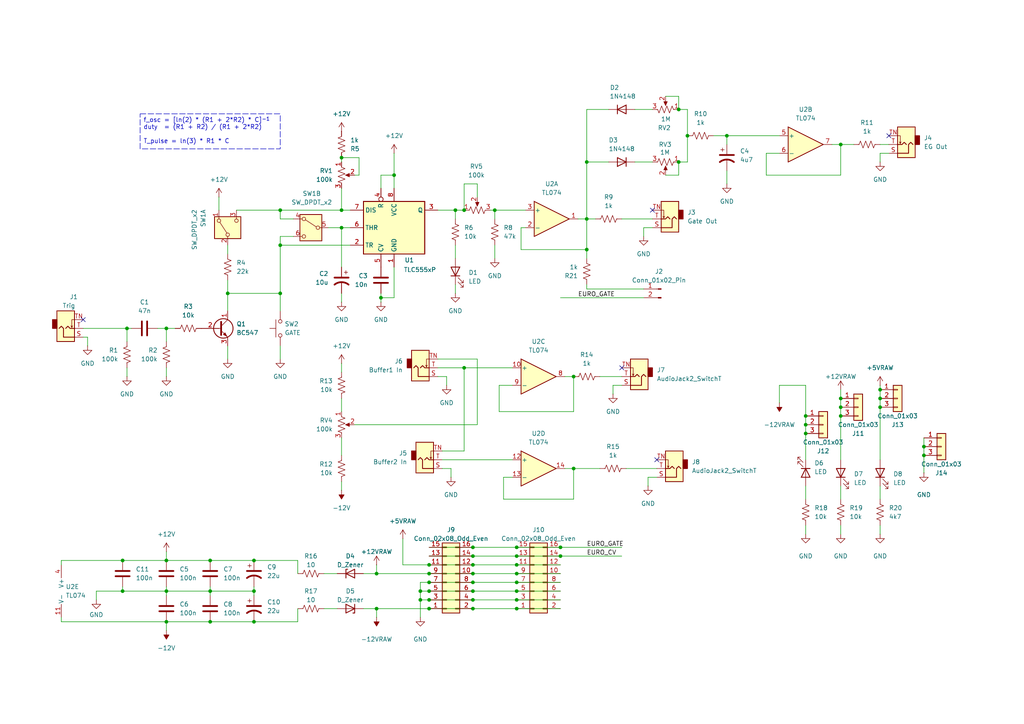
<source format=kicad_sch>
(kicad_sch (version 20231120) (generator "eeschema") (generator_version "8.0")
  (paper "A4")
  (junction (at 233.68 125.73))
  (junction (at 233.68 123.19))
  (junction (at 81.28 85.09))
  (junction (at 166.37 135.89))
  (junction (at 60.96 171.45))
  (junction (at 114.3 50.8))
  (junction (at 243.84 120.65))
  (junction (at 137.16 173.99))
  (junction (at 149.86 161.29))
  (junction (at 255.27 113.03))
  (junction (at 137.16 163.83))
  (junction (at 196.85 31.75))
  (junction (at 134.62 60.96))
  (junction (at 149.86 176.53))
  (junction (at 255.27 115.57))
  (junction (at 60.96 162.56))
  (junction (at 124.46 163.83))
  (junction (at 124.46 171.45))
  (junction (at 149.86 158.75))
  (junction (at 132.08 60.96))
  (junction (at 170.18 63.5))
  (junction (at 48.26 95.25))
  (junction (at 243.84 41.91))
  (junction (at 48.26 162.56))
  (junction (at 137.16 171.45))
  (junction (at 109.22 166.37))
  (junction (at 73.66 171.45))
  (junction (at 81.28 60.96))
  (junction (at 35.56 171.45))
  (junction (at 109.22 176.53))
  (junction (at 243.84 115.57))
  (junction (at 196.85 46.99))
  (junction (at 267.97 129.54))
  (junction (at 149.86 171.45))
  (junction (at 48.26 180.34))
  (junction (at 137.16 166.37))
  (junction (at 255.27 118.11))
  (junction (at 162.56 158.75))
  (junction (at 110.49 86.36))
  (junction (at 124.46 173.99))
  (junction (at 124.46 168.91))
  (junction (at 143.51 60.96))
  (junction (at 210.82 39.37))
  (junction (at 170.18 46.99))
  (junction (at 199.39 39.37))
  (junction (at 99.06 66.04))
  (junction (at 134.62 106.68))
  (junction (at 137.16 161.29))
  (junction (at 233.68 120.65))
  (junction (at 35.56 162.56))
  (junction (at 121.92 173.99))
  (junction (at 66.04 85.09))
  (junction (at 36.83 95.25))
  (junction (at 73.66 180.34))
  (junction (at 267.97 132.08))
  (junction (at 137.16 168.91))
  (junction (at 137.16 176.53))
  (junction (at 170.18 72.39))
  (junction (at 81.28 71.12))
  (junction (at 149.86 166.37))
  (junction (at 99.06 45.72))
  (junction (at 149.86 173.99))
  (junction (at 162.56 161.29))
  (junction (at 48.26 171.45))
  (junction (at 149.86 168.91))
  (junction (at 99.06 60.96))
  (junction (at 166.37 109.22))
  (junction (at 73.66 162.56))
  (junction (at 60.96 180.34))
  (junction (at 243.84 118.11))
  (junction (at 124.46 176.53))
  (junction (at 149.86 163.83))
  (junction (at 124.46 166.37))
  (junction (at 121.92 171.45))
  (junction (at 137.16 158.75))
  (no_connect (at 257.81 39.37))
  (no_connect (at 180.34 106.68))
  (no_connect (at 190.5 133.35))
  (no_connect (at 24.13 92.71))
  (no_connect (at 189.23 60.96))
  (wire (pts (xy 86.36 162.56) (xy 86.36 166.37)))
  (wire (pts (xy 148.59 111.76) (xy 144.78 111.76)))
  (wire (pts (xy 170.18 63.5) (xy 172.72 63.5)))
  (wire (pts (xy 129.54 109.22) (xy 127 109.22)))
  (wire (pts (xy 25.4 100.33) (xy 25.4 97.79)))
  (wire (pts (xy 151.13 66.04) (xy 151.13 72.39)))
  (wire (pts (xy 255.27 41.91) (xy 257.81 41.91)))
  (wire (pts (xy 243.84 133.35) (xy 243.84 120.65)))
  (wire (pts (xy 35.56 171.45) (xy 48.26 171.45)))
  (wire (pts (xy 186.69 83.82) (xy 170.18 83.82)))
  (wire (pts (xy 48.26 95.25) (xy 48.26 99.06)))
  (wire (pts (xy 36.83 95.25) (xy 38.1 95.25)))
  (wire (pts (xy 255.27 46.99) (xy 255.27 44.45)))
  (wire (pts (xy 17.78 163.83) (xy 17.78 162.56)))
  (wire (pts (xy 151.13 72.39) (xy 170.18 72.39)))
  (wire (pts (xy 134.62 106.68) (xy 148.59 106.68)))
  (wire (pts (xy 233.68 125.73) (xy 233.68 133.35)))
  (wire (pts (xy 35.56 162.56) (xy 48.26 162.56)))
  (wire (pts (xy 196.85 46.99) (xy 199.39 46.99)))
  (wire (pts (xy 137.16 173.99) (xy 124.46 173.99)))
  (wire (pts (xy 149.86 166.37) (xy 162.56 166.37)))
  (wire (pts (xy 184.15 46.99) (xy 189.23 46.99)))
  (wire (pts (xy 267.97 132.08) (xy 267.97 129.54)))
  (wire (pts (xy 116.84 163.83) (xy 124.46 163.83)))
  (wire (pts (xy 162.56 161.29) (xy 180.34 161.29)))
  (wire (pts (xy 105.41 166.37) (xy 109.22 166.37)))
  (wire (pts (xy 81.28 68.58) (xy 81.28 71.12)))
  (wire (pts (xy 48.26 171.45) (xy 60.96 171.45)))
  (wire (pts (xy 104.14 45.72) (xy 104.14 50.8)))
  (wire (pts (xy 60.96 172.72) (xy 60.96 171.45)))
  (wire (pts (xy 170.18 74.93) (xy 170.18 72.39)))
  (wire (pts (xy 137.16 163.83) (xy 149.86 163.83)))
  (wire (pts (xy 17.78 179.07) (xy 17.78 180.34)))
  (wire (pts (xy 196.85 50.8) (xy 193.04 50.8)))
  (wire (pts (xy 60.96 171.45) (xy 73.66 171.45)))
  (wire (pts (xy 17.78 180.34) (xy 48.26 180.34)))
  (wire (pts (xy 170.18 46.99) (xy 176.53 46.99)))
  (wire (pts (xy 243.84 118.11) (xy 243.84 115.57)))
  (wire (pts (xy 143.51 60.96) (xy 152.4 60.96)))
  (wire (pts (xy 199.39 39.37) (xy 199.39 46.99)))
  (wire (pts (xy 142.24 60.96) (xy 143.51 60.96)))
  (wire (pts (xy 99.06 45.72) (xy 104.14 45.72)))
  (wire (pts (xy 255.27 44.45) (xy 257.81 44.45)))
  (wire (pts (xy 36.83 106.68) (xy 36.83 109.22)))
  (wire (pts (xy 137.16 176.53) (xy 124.46 176.53)))
  (wire (pts (xy 233.68 123.19) (xy 233.68 120.65)))
  (wire (pts (xy 267.97 129.54) (xy 267.97 127)))
  (wire (pts (xy 137.16 168.91) (xy 124.46 168.91)))
  (wire (pts (xy 66.04 81.28) (xy 66.04 85.09)))
  (wire (pts (xy 86.36 180.34) (xy 86.36 176.53)))
  (wire (pts (xy 81.28 63.5) (xy 81.28 60.96)))
  (wire (pts (xy 137.16 171.45) (xy 124.46 171.45)))
  (wire (pts (xy 110.49 86.36) (xy 110.49 85.09)))
  (wire (pts (xy 109.22 163.83) (xy 109.22 166.37)))
  (wire (pts (xy 144.78 111.76) (xy 144.78 119.38)))
  (wire (pts (xy 267.97 132.08) (xy 267.97 137.16)))
  (wire (pts (xy 60.96 171.45) (xy 60.96 170.18)))
  (wire (pts (xy 17.78 162.56) (xy 35.56 162.56)))
  (wire (pts (xy 99.06 66.04) (xy 101.6 66.04)))
  (wire (pts (xy 48.26 106.68) (xy 48.26 109.22)))
  (wire (pts (xy 116.84 156.21) (xy 116.84 163.83)))
  (wire (pts (xy 127 60.96) (xy 132.08 60.96)))
  (wire (pts (xy 48.26 160.02) (xy 48.26 162.56)))
  (wire (pts (xy 170.18 63.5) (xy 170.18 46.99)))
  (wire (pts (xy 162.56 163.83) (xy 149.86 163.83)))
  (wire (pts (xy 162.56 171.45) (xy 149.86 171.45)))
  (wire (pts (xy 105.41 176.53) (xy 109.22 176.53)))
  (wire (pts (xy 187.96 140.97) (xy 187.96 138.43)))
  (wire (pts (xy 45.72 95.25) (xy 48.26 95.25)))
  (wire (pts (xy 210.82 53.34) (xy 210.82 49.53)))
  (wire (pts (xy 48.26 170.18) (xy 48.26 171.45)))
  (wire (pts (xy 27.94 173.99) (xy 27.94 171.45)))
  (wire (pts (xy 143.51 60.96) (xy 143.51 63.5)))
  (wire (pts (xy 255.27 140.97) (xy 255.27 144.78)))
  (wire (pts (xy 167.64 63.5) (xy 170.18 63.5)))
  (wire (pts (xy 48.26 95.25) (xy 50.8 95.25)))
  (wire (pts (xy 36.83 95.25) (xy 36.83 99.06)))
  (wire (pts (xy 99.06 115.57) (xy 99.06 119.38)))
  (wire (pts (xy 85.09 68.58) (xy 81.28 68.58)))
  (wire (pts (xy 121.92 173.99) (xy 121.92 171.45)))
  (wire (pts (xy 255.27 115.57) (xy 255.27 113.03)))
  (wire (pts (xy 247.65 41.91) (xy 243.84 41.91)))
  (wire (pts (xy 138.43 57.15) (xy 138.43 53.34)))
  (wire (pts (xy 196.85 46.99) (xy 196.85 50.8)))
  (wire (pts (xy 134.62 53.34) (xy 134.62 60.96)))
  (wire (pts (xy 180.34 63.5) (xy 189.23 63.5)))
  (wire (pts (xy 114.3 44.45) (xy 114.3 50.8)))
  (wire (pts (xy 35.56 170.18) (xy 35.56 171.45)))
  (wire (pts (xy 132.08 63.5) (xy 132.08 60.96)))
  (wire (pts (xy 95.25 66.04) (xy 99.06 66.04)))
  (wire (pts (xy 162.56 158.75) (xy 149.86 158.75)))
  (wire (pts (xy 130.81 138.43) (xy 130.81 135.89)))
  (wire (pts (xy 255.27 152.4) (xy 255.27 154.94)))
  (wire (pts (xy 233.68 140.97) (xy 233.68 144.78)))
  (wire (pts (xy 132.08 71.12) (xy 132.08 74.93)))
  (wire (pts (xy 233.68 111.76) (xy 233.68 120.65)))
  (wire (pts (xy 99.06 66.04) (xy 99.06 77.47)))
  (wire (pts (xy 73.66 162.56) (xy 86.36 162.56)))
  (wire (pts (xy 81.28 71.12) (xy 81.28 85.09)))
  (wire (pts (xy 144.78 119.38) (xy 166.37 119.38)))
  (wire (pts (xy 121.92 171.45) (xy 121.92 168.91)))
  (wire (pts (xy 93.98 176.53) (xy 97.79 176.53)))
  (wire (pts (xy 121.92 179.07) (xy 121.92 173.99)))
  (wire (pts (xy 99.06 54.61) (xy 99.06 60.96)))
  (wire (pts (xy 63.5 57.15) (xy 63.5 60.96)))
  (wire (pts (xy 137.16 171.45) (xy 149.86 171.45)))
  (wire (pts (xy 137.16 168.91) (xy 149.86 168.91)))
  (wire (pts (xy 146.05 138.43) (xy 146.05 144.78)))
  (wire (pts (xy 243.84 41.91) (xy 241.3 41.91)))
  (wire (pts (xy 181.61 135.89) (xy 190.5 135.89)))
  (wire (pts (xy 60.96 180.34) (xy 73.66 180.34)))
  (wire (pts (xy 24.13 95.25) (xy 36.83 95.25)))
  (wire (pts (xy 162.56 173.99) (xy 149.86 173.99)))
  (wire (pts (xy 130.81 135.89) (xy 128.27 135.89)))
  (wire (pts (xy 99.06 105.41) (xy 99.06 107.95)))
  (wire (pts (xy 73.66 171.45) (xy 73.66 172.72)))
  (wire (pts (xy 114.3 86.36) (xy 110.49 86.36)))
  (wire (pts (xy 137.16 158.75) (xy 124.46 158.75)))
  (wire (pts (xy 132.08 60.96) (xy 134.62 60.96)))
  (wire (pts (xy 101.6 60.96) (xy 99.06 60.96)))
  (wire (pts (xy 166.37 135.89) (xy 166.37 144.78)))
  (wire (pts (xy 129.54 111.76) (xy 129.54 109.22)))
  (wire (pts (xy 143.51 74.93) (xy 143.51 71.12)))
  (wire (pts (xy 187.96 138.43) (xy 190.5 138.43)))
  (wire (pts (xy 109.22 179.07) (xy 109.22 176.53)))
  (wire (pts (xy 137.16 176.53) (xy 149.86 176.53)))
  (wire (pts (xy 48.26 180.34) (xy 60.96 180.34)))
  (wire (pts (xy 121.92 171.45) (xy 124.46 171.45)))
  (wire (pts (xy 104.14 50.8) (xy 102.87 50.8)))
  (wire (pts (xy 25.4 97.79) (xy 24.13 97.79)))
  (wire (pts (xy 93.98 166.37) (xy 97.79 166.37)))
  (wire (pts (xy 110.49 54.61) (xy 110.49 50.8)))
  (wire (pts (xy 199.39 31.75) (xy 199.39 39.37)))
  (wire (pts (xy 66.04 90.17) (xy 66.04 85.09)))
  (wire (pts (xy 114.3 50.8) (xy 114.3 54.61)))
  (wire (pts (xy 177.8 114.3) (xy 177.8 111.76)))
  (wire (pts (xy 48.26 172.72) (xy 48.26 171.45)))
  (wire (pts (xy 137.16 158.75) (xy 149.86 158.75)))
  (wire (pts (xy 186.69 68.58) (xy 186.69 66.04)))
  (wire (pts (xy 85.09 63.5) (xy 81.28 63.5)))
  (wire (pts (xy 255.27 118.11) (xy 255.27 115.57)))
  (wire (pts (xy 81.28 71.12) (xy 101.6 71.12)))
  (wire (pts (xy 255.27 133.35) (xy 255.27 118.11)))
  (wire (pts (xy 226.06 116.84) (xy 226.06 111.76)))
  (wire (pts (xy 48.26 162.56) (xy 60.96 162.56)))
  (wire (pts (xy 162.56 158.75) (xy 180.34 158.75)))
  (wire (pts (xy 162.56 86.36) (xy 186.69 86.36)))
  (wire (pts (xy 146.05 138.43) (xy 148.59 138.43)))
  (wire (pts (xy 170.18 31.75) (xy 176.53 31.75)))
  (wire (pts (xy 73.66 180.34) (xy 86.36 180.34)))
  (wire (pts (xy 66.04 85.09) (xy 81.28 85.09)))
  (wire (pts (xy 243.84 120.65) (xy 243.84 118.11)))
  (wire (pts (xy 109.22 166.37) (xy 124.46 166.37)))
  (wire (pts (xy 222.25 44.45) (xy 222.25 50.8)))
  (wire (pts (xy 134.62 106.68) (xy 134.62 130.81)))
  (wire (pts (xy 128.27 133.35) (xy 148.59 133.35)))
  (wire (pts (xy 48.26 180.34) (xy 48.26 182.88)))
  (wire (pts (xy 177.8 111.76) (xy 180.34 111.76)))
  (wire (pts (xy 109.22 176.53) (xy 124.46 176.53)))
  (wire (pts (xy 166.37 109.22) (xy 163.83 109.22)))
  (wire (pts (xy 137.16 166.37) (xy 149.86 166.37)))
  (wire (pts (xy 127 104.14) (xy 138.43 104.14)))
  (wire (pts (xy 66.04 100.33) (xy 66.04 104.14)))
  (wire (pts (xy 243.84 152.4) (xy 243.84 154.94)))
  (wire (pts (xy 99.06 45.72) (xy 99.06 46.99)))
  (wire (pts (xy 137.16 161.29) (xy 149.86 161.29)))
  (wire (pts (xy 152.4 66.04) (xy 151.13 66.04)))
  (wire (pts (xy 222.25 50.8) (xy 243.84 50.8)))
  (wire (pts (xy 166.37 135.89) (xy 163.83 135.89)))
  (wire (pts (xy 233.68 125.73) (xy 233.68 123.19)))
  (wire (pts (xy 66.04 71.12) (xy 66.04 73.66)))
  (wire (pts (xy 226.06 111.76) (xy 233.68 111.76)))
  (wire (pts (xy 137.16 163.83) (xy 124.46 163.83)))
  (wire (pts (xy 170.18 72.39) (xy 170.18 63.5)))
  (wire (pts (xy 127 106.68) (xy 134.62 106.68)))
  (wire (pts (xy 99.06 87.63) (xy 99.06 85.09)))
  (wire (pts (xy 132.08 82.55) (xy 132.08 85.09)))
  (wire (pts (xy 233.68 152.4) (xy 233.68 154.94)))
  (wire (pts (xy 196.85 31.75) (xy 196.85 27.94)))
  (wire (pts (xy 99.06 127) (xy 99.06 132.08)))
  (wire (pts (xy 137.16 161.29) (xy 124.46 161.29)))
  (wire (pts (xy 128.27 130.81) (xy 134.62 130.81)))
  (wire (pts (xy 166.37 119.38) (xy 166.37 109.22)))
  (wire (pts (xy 162.56 161.29) (xy 149.86 161.29)))
  (wire (pts (xy 207.01 39.37) (xy 210.82 39.37)))
  (wire (pts (xy 173.99 135.89) (xy 166.37 135.89)))
  (wire (pts (xy 186.69 66.04) (xy 189.23 66.04)))
  (wire (pts (xy 193.04 27.94) (xy 196.85 27.94)))
  (wire (pts (xy 138.43 53.34) (xy 134.62 53.34)))
  (wire (pts (xy 110.49 87.63) (xy 110.49 86.36)))
  (wire (pts (xy 255.27 111.76) (xy 255.27 113.03)))
  (wire (pts (xy 137.16 166.37) (xy 124.46 166.37)))
  (wire (pts (xy 162.56 176.53) (xy 149.86 176.53)))
  (wire (pts (xy 243.84 140.97) (xy 243.84 144.78)))
  (wire (pts (xy 184.15 31.75) (xy 189.23 31.75)))
  (wire (pts (xy 138.43 104.14) (xy 138.43 123.19)))
  (wire (pts (xy 243.84 113.03) (xy 243.84 115.57)))
  (wire (pts (xy 162.56 168.91) (xy 149.86 168.91)))
  (wire (pts (xy 81.28 90.17) (xy 81.28 85.09)))
  (wire (pts (xy 243.84 41.91) (xy 243.84 50.8)))
  (wire (pts (xy 170.18 83.82) (xy 170.18 82.55)))
  (wire (pts (xy 73.66 170.18) (xy 73.66 171.45)))
  (wire (pts (xy 170.18 31.75) (xy 170.18 46.99)))
  (wire (pts (xy 199.39 31.75) (xy 196.85 31.75)))
  (wire (pts (xy 68.58 60.96) (xy 81.28 60.96)))
  (wire (pts (xy 121.92 173.99) (xy 124.46 173.99)))
  (wire (pts (xy 226.06 44.45) (xy 222.25 44.45)))
  (wire (pts (xy 81.28 60.96) (xy 99.06 60.96)))
  (wire (pts (xy 121.92 168.91) (xy 124.46 168.91)))
  (wire (pts (xy 210.82 39.37) (xy 226.06 39.37)))
  (wire (pts (xy 27.94 171.45) (xy 35.56 171.45)))
  (wire (pts (xy 137.16 173.99) (xy 149.86 173.99)))
  (wire (pts (xy 210.82 39.37) (xy 210.82 41.91)))
  (wire (pts (xy 146.05 144.78) (xy 166.37 144.78)))
  (wire (pts (xy 110.49 50.8) (xy 114.3 50.8)))
  (wire (pts (xy 173.99 109.22) (xy 180.34 109.22)))
  (wire (pts (xy 102.87 123.19) (xy 138.43 123.19)))
  (wire (pts (xy 81.28 100.33) (xy 81.28 104.14)))
  (wire (pts (xy 114.3 77.47) (xy 114.3 86.36)))
  (wire (pts (xy 99.06 139.7) (xy 99.06 142.24)))
  (wire (pts (xy 60.96 162.56) (xy 73.66 162.56)))
  (text_box "f_osc = [ln(2) * (R1 + 2*R2) * C]^{-1}\nduty  = (R1 + R2) / (R1 + 2*R2)\n\nT_pulse = ln(3) * R1 * C " (exclude_from_sim yes) (at 40.64 33.02 0) (size 40.64 10.16) (stroke (width 0) (type dash)) (effects (font (size 1.27 1.27)) (justify left top)))
  (label "EURO_GATE" (at 170.18 158.75 0))
  (label "EURO_GATE" (at 167.64 86.36 0))
  (label "EURO_CV" (at 170.18 161.29 0))
  (symbol (lib_id "Connector_Audio:AudioJack2_SwitchT") (at 195.58 135.89 180) (unit 1)
    (property "Reference" "J8" (at 200.66 133.9849 0) (effects (justify right)))
    (property "Value" "AudioJack2_SwitchT" (at 200.66 136.5249 0) (effects (justify right)))
    (property "Footprint" "AudioJacks:Jack_3.5mm_QingPu_WQP-PJ301M-12_Vertical" (effects (hide yes)))
    (property "Description" "Audio Jack, 2 Poles (Mono / TS), Switched T Pole (Normalling)" (effects (hide yes)))
  )
  (symbol (lib_id "power:GND") (at 233.68 154.94 0) (unit 1)
    (property "Reference" "#PWR027" (effects (hide yes)))
    (property "Value" "GND" (at 233.68 161.29 0))
    (property "Description" "Power symbol creates a global label with name \"GND\" , ground" (effects (hide yes)))
  )
  (symbol (lib_id "power:GND") (at 186.69 68.58 0) (unit 1)
    (property "Reference" "#PWR012" (effects (hide yes)))
    (property "Value" "GND" (at 186.69 73.66 0))
    (property "Description" "Power symbol creates a global label with name \"GND\" , ground" (effects (hide yes)))
  )
  (symbol (lib_id "power:+12V") (at 99.06 38.1 0) (unit 1)
    (property "Reference" "#PWR02" (effects (hide yes)))
    (property "Value" "+12V" (at 99.06 33.02 0))
    (property "Description" "Power symbol creates a global label with name \"+12V\"" (effects (hide yes)))
  )
  (symbol (lib_id "Device:C") (at 60.96 166.37 0) (unit 1)
    (property "Reference" "C7" (at 64.77 165.0999 0) (effects (justify left)))
    (property "Value" "100n" (at 64.77 167.6399 0) (effects (justify left)))
    (property "Footprint" "Capacitor_THT:C_Disc_D4.7mm_W2.5mm_P5.00mm" (effects (hide yes)))
    (property "Description" "Unpolarized capacitor" (effects (hide yes)))
  )
  (symbol (lib_id "Device:R_US") (at 99.06 111.76 0) (mirror x) (unit 1)
    (property "Reference" "R13" (at 96.52 110.4899 0) (effects (justify right)))
    (property "Value" "10k" (at 96.52 113.0299 0) (effects (justify right)))
    (property "Footprint" "Resistor_THT:R_Axial_DIN0204_L3.6mm_D1.6mm_P7.62mm_Horizontal" (effects (hide yes)))
    (property "Description" "Resistor, US symbol" (effects (hide yes)))
  )
  (symbol (lib_id "Device:R_US") (at 90.17 166.37 90) (unit 1)
    (property "Reference" "R16" (at 90.17 161.29 90))
    (property "Value" "10" (at 90.17 163.83 90))
    (property "Footprint" "Resistor_THT:R_Axial_DIN0204_L3.6mm_D1.6mm_P2.54mm_Vertical" (effects (hide yes)))
    (property "Description" "Resistor, US symbol" (effects (hide yes)))
  )
  (symbol (lib_id "Device:R_US") (at 99.06 135.89 0) (mirror x) (unit 1)
    (property "Reference" "R12" (at 96.52 134.6199 0) (effects (justify right)))
    (property "Value" "10k" (at 96.52 137.1599 0) (effects (justify right)))
    (property "Footprint" "Resistor_THT:R_Axial_DIN0204_L3.6mm_D1.6mm_P7.62mm_Horizontal" (effects (hide yes)))
    (property "Description" "Resistor, US symbol" (effects (hide yes)))
  )
  (symbol (lib_id "Transistor_BJT:BC547") (at 63.5 95.25 0) (unit 1)
    (property "Reference" "Q1" (at 68.58 93.9799 0) (effects (justify left)))
    (property "Value" "BC547" (at 68.58 96.5199 0) (effects (justify left)))
    (property "Footprint" "Package_TO_SOT_THT:TO-92_Inline_Wide" (effects (hide yes)))
    (property "Datasheet" "https://www.onsemi.com/pub/Collateral/BC550-D.pdf" (effects (hide yes)))
    (property "Description" "0.1A Ic, 45V Vce, Small Signal NPN Transistor, TO-92" (effects (hide yes)))
    (property "Sim.Device" "NPN" (effects (hide yes)))
    (property "Sim.Type" "GUMMELPOON" (effects (hide yes)))
    (property "Sim.Pins" "1=C 2=B 3=E" (effects (hide yes)))
  )
  (symbol (lib_id "Device:R_US") (at 251.46 41.91 90) (unit 1)
    (property "Reference" "R11" (at 251.46 35.56 90))
    (property "Value" "1k" (at 251.46 38.1 90))
    (property "Footprint" "Resistor_THT:R_Axial_DIN0204_L3.6mm_D1.6mm_P7.62mm_Horizontal" (effects (hide yes)))
    (property "Description" "Resistor, US symbol" (effects (hide yes)))
  )
  (symbol (lib_id "Connector_Audio:AudioJack2_SwitchT") (at 185.42 109.22 180) (unit 1)
    (property "Reference" "J7" (at 190.5 107.3149 0) (effects (justify right)))
    (property "Value" "AudioJack2_SwitchT" (at 190.5 109.8549 0) (effects (justify right)))
    (property "Footprint" "AudioJacks:Jack_3.5mm_QingPu_WQP-PJ301M-12_Vertical" (effects (hide yes)))
    (property "Description" "Audio Jack, 2 Poles (Mono / TS), Switched T Pole (Normalling)" (effects (hide yes)))
  )
  (symbol (lib_id "Device:C") (at 48.26 166.37 0) (unit 1)
    (property "Reference" "C5" (at 52.07 165.0999 0) (effects (justify left)))
    (property "Value" "100n" (at 52.07 167.6399 0) (effects (justify left)))
    (property "Footprint" "Capacitor_THT:C_Disc_D4.7mm_W2.5mm_P5.00mm" (effects (hide yes)))
    (property "Description" "Unpolarized capacitor" (effects (hide yes)))
  )
  (symbol (lib_id "power:GND") (at 129.54 111.76 0) (unit 1)
    (property "Reference" "#PWR018" (effects (hide yes)))
    (property "Value" "GND" (at 129.54 116.84 0))
    (property "Description" "Power symbol creates a global label with name \"GND\" , ground" (effects (hide yes)))
  )
  (symbol (lib_id "Connector_Audio:AudioJack2_SwitchT") (at 121.92 106.68 0) (mirror x) (unit 1)
    (property "Reference" "J6" (at 116.84 104.7749 0) (effects (justify right)))
    (property "Value" "Buffer1 In" (at 116.84 107.3149 0) (effects (justify right)))
    (property "Footprint" "AudioJacks:Jack_3.5mm_QingPu_WQP-PJ301M-12_Vertical" (effects (hide yes)))
    (property "Description" "Audio Jack, 2 Poles (Mono / TS), Switched T Pole (Normalling)" (effects (hide yes)))
  )
  (symbol (lib_id "Device:R_US") (at 48.26 102.87 0) (mirror y) (unit 1)
    (property "Reference" "R2" (at 45.72 101.5999 0) (effects (justify left)))
    (property "Value" "100k" (at 45.72 104.1399 0) (effects (justify left)))
    (property "Footprint" "Resistor_THT:R_Axial_DIN0204_L3.6mm_D1.6mm_P2.54mm_Vertical" (effects (hide yes)))
    (property "Description" "Resistor, US symbol" (effects (hide yes)))
  )
  (symbol (lib_id "power:GND") (at 36.83 109.22 0) (unit 1)
    (property "Reference" "#PWR01" (effects (hide yes)))
    (property "Value" "GND" (at 36.83 114.3 0))
    (property "Description" "Power symbol creates a global label with name \"GND\" , ground" (effects (hide yes)))
  )
  (symbol (lib_id "Diode:1N4148") (at 180.34 46.99 180) (unit 1)
    (property "Reference" "D3" (at 176.53 40.64 0) (effects (justify right)))
    (property "Value" "1N4148" (at 176.53 43.18 0) (effects (justify right)))
    (property "Footprint" "Diode_THT:D_DO-35_SOD27_P7.62mm_Horizontal" (effects (hide yes)))
    (property "Datasheet" "https://assets.nexperia.com/documents/data-sheet/1N4148_1N4448.pdf" (effects (hide yes)))
    (property "Description" "100V 0.15A standard switching diode, DO-35" (effects (hide yes)))
    (property "Sim.Device" "D" (effects (hide yes)))
    (property "Sim.Pins" "1=K 2=A" (effects (hide yes)))
  )
  (symbol (lib_id "Device:R_US") (at 90.17 176.53 90) (unit 1)
    (property "Reference" "R17" (at 90.17 171.45 90))
    (property "Value" "10" (at 90.17 173.99 90))
    (property "Footprint" "Resistor_THT:R_Axial_DIN0204_L3.6mm_D1.6mm_P2.54mm_Vertical" (effects (hide yes)))
    (property "Description" "Resistor, US symbol" (effects (hide yes)))
  )
  (symbol (lib_id "Connector_Audio:AudioJack2_SwitchT") (at 262.89 41.91 180) (unit 1)
    (property "Reference" "J4" (at 267.97 40.0049 0) (effects (justify right)))
    (property "Value" "EG Out" (at 267.97 42.5449 0) (effects (justify right)))
    (property "Footprint" "AudioJacks:Jack_3.5mm_QingPu_WQP-PJ301M-12_Vertical" (effects (hide yes)))
    (property "Description" "Audio Jack, 2 Poles (Mono / TS), Switched T Pole (Normalling)" (effects (hide yes)))
  )
  (symbol (lib_id "power:GND") (at 255.27 46.99 0) (unit 1)
    (property "Reference" "#PWR014" (effects (hide yes)))
    (property "Value" "GND" (at 255.27 52.07 0))
    (property "Description" "Power symbol creates a global label with name \"GND\" , ground" (effects (hide yes)))
  )
  (symbol (lib_id "power:+12V") (at 99.06 105.41 0) (unit 1)
    (property "Reference" "#PWR09" (effects (hide yes)))
    (property "Value" "+12V" (at 99.06 100.33 0))
    (property "Description" "Power symbol creates a global label with name \"+12V\"" (effects (hide yes)))
  )
  (symbol (lib_id "Device:R_US") (at 54.61 95.25 270) (unit 1)
    (property "Reference" "R3" (at 54.61 88.9 90))
    (property "Value" "10k" (at 54.61 91.44 90))
    (property "Footprint" "Resistor_THT:R_Axial_DIN0204_L3.6mm_D1.6mm_P2.54mm_Vertical" (effects (hide yes)))
    (property "Description" "Resistor, US symbol" (effects (hide yes)))
  )
  (symbol (lib_id "Device:C_Polarized_US") (at 210.82 45.72 0) (unit 1)
    (property "Reference" "C4" (at 214.63 43.8149 0) (effects (justify left)))
    (property "Value" "4u7" (at 214.63 46.3549 0) (effects (justify left)))
    (property "Footprint" "Capacitor_THT:CP_Radial_D4.0mm_P2.00mm" (effects (hide yes)))
    (property "Description" "Polarized capacitor, US symbol" (effects (hide yes)))
  )
  (symbol (lib_id "Timer:TLC555xP") (at 114.3 66.04 0) (unit 1)
    (property "Reference" "U1" (at 117.348 75.438 0) (effects (justify left)))
    (property "Value" "TLC555xP" (at 117.094 78.232 0) (effects (justify left)))
    (property "Footprint" "Package_DIP:DIP-8_W7.62mm_Socket" (effects (hide yes)))
    (property "Datasheet" "http://www.ti.com/lit/ds/symlink/tlc555.pdf" (effects (hide yes)))
    (property "Description" "Single LinCMOS Timer, 555 compatible, PDIP-8" (effects (hide yes)))
  )
  (symbol (lib_id "Device:R_US") (at 36.83 102.87 0) (mirror y) (unit 1)
    (property "Reference" "R1" (at 34.29 101.5999 0) (effects (justify left)))
    (property "Value" "100k" (at 34.29 104.1399 0) (effects (justify left)))
    (property "Footprint" "Resistor_THT:R_Axial_DIN0204_L3.6mm_D1.6mm_P2.54mm_Vertical" (effects (hide yes)))
    (property "Description" "Resistor, US symbol" (effects (hide yes)))
  )
  (symbol (lib_id "Amplifier_Operational:TL074") (at 20.32 171.45 0) (unit 5)
    (property "Reference" "U2" (at 19.05 170.1799 0) (effects (justify left)))
    (property "Value" "TL074" (at 19.05 172.7199 0) (effects (justify left)))
    (property "Footprint" "Package_DIP:DIP-14_W7.62mm_Socket" (effects (hide yes)))
    (property "Datasheet" "http://www.ti.com/lit/ds/symlink/tl071.pdf" (effects (hide yes)))
    (property "Description" "Quad Low-Noise JFET-Input Operational Amplifiers, DIP-14/SOIC-14" (effects (hide yes)))
  )
  (symbol (lib_id "Device:R_US") (at 203.2 39.37 90) (unit 1)
    (property "Reference" "R10" (at 203.2 33.02 90))
    (property "Value" "1k" (at 203.2 35.56 90))
    (property "Footprint" "Resistor_THT:R_Axial_DIN0204_L3.6mm_D1.6mm_P2.54mm_Vertical" (effects (hide yes)))
    (property "Description" "Resistor, US symbol" (effects (hide yes)))
  )
  (symbol (lib_id "Device:R_US") (at 170.18 78.74 0) (unit 1)
    (property "Reference" "R21" (at 167.64 80.0101 0) (effects (justify right)))
    (property "Value" "1k" (at 167.64 77.4701 0) (effects (justify right)))
    (property "Footprint" "Resistor_THT:R_Axial_DIN0204_L3.6mm_D1.6mm_P7.62mm_Horizontal" (effects (hide yes)))
    (property "Description" "Resistor, US symbol" (effects (hide yes)))
  )
  (symbol (lib_id "Device:D_Zener") (at 101.6 176.53 180) (unit 1)
    (property "Reference" "D5" (at 101.6 171.45 0))
    (property "Value" "D_Zener" (at 101.6 173.99 0))
    (property "Footprint" "Diode_THT:D_DO-41_SOD81_P7.62mm_Horizontal" (effects (hide yes)))
    (property "Description" "Zener diode" (effects (hide yes)))
  )
  (symbol (lib_id "power:+12V") (at 114.3 44.45 0) (unit 1)
    (property "Reference" "#PWR037" (effects (hide yes)))
    (property "Value" "+12V" (at 114.3 39.37 0))
    (property "Description" "Power symbol creates a global label with name \"+12V\"" (effects (hide yes)))
  )
  (symbol (lib_id "Device:R_US") (at 177.8 135.89 90) (unit 1)
    (property "Reference" "R15" (at 177.8 129.54 90))
    (property "Value" "1k" (at 177.8 132.08 90))
    (property "Footprint" "Resistor_THT:R_Axial_DIN0204_L3.6mm_D1.6mm_P2.54mm_Vertical" (effects (hide yes)))
    (property "Description" "Resistor, US symbol" (effects (hide yes)))
  )
  (symbol (lib_id "power:-12V") (at 99.06 142.24 180) (unit 1)
    (property "Reference" "#PWR05" (effects (hide yes)))
    (property "Value" "-12V" (at 99.06 147.32 0))
    (property "Description" "Power symbol creates a global label with name \"-12V\"" (effects (hide yes)))
  )
  (symbol (lib_id "Connector_Generic:Conn_02x08_Odd_Even") (at 129.54 168.91 0) (mirror x) (unit 1)
    (property "Reference" "J9" (at 130.81 153.67 0))
    (property "Value" "Conn_02x08_Odd_Even" (at 130.81 156.21 0))
    (property "Footprint" "Connector_IDC:IDC-Header_2x08_P2.54mm_Vertical" (effects (hide yes)))
    (property "Description" "Generic connector, double row, 02x08, odd/even pin numbering scheme (row 1 odd numbers, row 2 even numbers), script generated (kicad-library-utils/schlib/autogen/connector/)" (effects (hide yes)))
  )
  (symbol (lib_id "Device:R_Potentiometer_US") (at 193.04 46.99 270) (unit 1)
    (property "Reference" "RV3" (at 194.818 41.91 90) (effects (justify right)))
    (property "Value" "1M" (at 194.31 44.196 90) (effects (justify right)))
    (property "Footprint" "Potentiometer_THT:Potentiometer_Bourns_PTV09A-1_Single_Vertical" (effects (hide yes)))
    (property "Description" "Potentiometer, US symbol" (effects (hide yes)))
    (property "Sim.Device" "R" (effects (hide yes)))
    (property "Sim.Type" "POT" (effects (hide yes)))
    (property "Sim.Pins" "1=r0 2=wiper 3=r1" (effects (hide yes)))
    (property "Sim.Params" "r=1Meg pos=0.5" (effects (hide yes)))
  )
  (symbol (lib_id "power:GND") (at 210.82 53.34 0) (unit 1)
    (property "Reference" "#PWR013" (effects (hide yes)))
    (property "Value" "GND" (at 210.82 58.42 0))
    (property "Description" "Power symbol creates a global label with name \"GND\" , ground" (effects (hide yes)))
  )
  (symbol (lib_id "Device:C_Polarized_US") (at 99.06 81.28 0) (mirror y) (unit 1)
    (property "Reference" "C2" (at 95.25 79.3749 0) (effects (justify left)))
    (property "Value" "10u" (at 95.25 81.9149 0) (effects (justify left)))
    (property "Footprint" "Capacitor_THT:CP_Radial_D4.0mm_P2.00mm" (effects (hide yes)))
    (property "Description" "Polarized capacitor, US symbol" (effects (hide yes)))
  )
  (symbol (lib_id "power:+12V") (at 109.22 163.83 0) (unit 1)
    (property "Reference" "#PWR024" (effects (hide yes)))
    (property "Value" "+12VRAW" (at 109.22 160.02 0))
    (property "Description" "Power symbol creates a global label with name \"+12V\"" (effects (hide yes)))
  )
  (symbol (lib_id "power:GND") (at 81.28 104.14 0) (unit 1)
    (property "Reference" "#PWR06" (effects (hide yes)))
    (property "Value" "GND" (at 81.28 109.22 0))
    (property "Description" "Power symbol creates a global label with name \"GND\" , ground" (effects (hide yes)))
  )
  (symbol (lib_id "Amplifier_Operational:TL074") (at 233.68 41.91 0) (unit 2)
    (property "Reference" "U2" (at 233.68 31.75 0))
    (property "Value" "TL074" (at 233.68 34.29 0))
    (property "Footprint" "Package_DIP:DIP-14_W7.62mm_Socket" (effects (hide yes)))
    (property "Datasheet" "http://www.ti.com/lit/ds/symlink/tl071.pdf" (effects (hide yes)))
    (property "Description" "Quad Low-Noise JFET-Input Operational Amplifiers, DIP-14/SOIC-14" (effects (hide yes)))
  )
  (symbol (lib_id "Device:R_US") (at 132.08 67.31 0) (unit 1)
    (property "Reference" "R6" (at 134.62 66.0399 0) (effects (justify left)))
    (property "Value" "10k" (at 134.62 68.5799 0) (effects (justify left)))
    (property "Footprint" "Resistor_THT:R_Axial_DIN0204_L3.6mm_D1.6mm_P2.54mm_Vertical" (effects (hide yes)))
    (property "Description" "Resistor, US symbol" (effects (hide yes)))
  )
  (symbol (lib_id "power:GND") (at 132.08 85.09 0) (unit 1)
    (property "Reference" "#PWR010" (effects (hide yes)))
    (property "Value" "GND" (at 132.08 90.17 0))
    (property "Description" "Power symbol creates a global label with name \"GND\" , ground" (effects (hide yes)))
  )
  (symbol (lib_id "Connector_Generic:Conn_01x03") (at 260.35 115.57 0) (unit 1)
    (property "Reference" "J13" (at 260.35 123.19 0))
    (property "Value" "Conn_01x03" (at 260.35 120.65 0))
    (property "Footprint" "Connector_PinSocket_2.54mm:PinSocket_1x03_P2.54mm_Vertical" (effects (hide yes)))
    (property "Description" "Generic connector, single row, 01x03, script generated (kicad-library-utils/schlib/autogen/connector/)" (effects (hide yes)))
  )
  (symbol (lib_id "Device:R_US") (at 99.06 41.91 0) (mirror x) (unit 1)
    (property "Reference" "R5" (at 101.6 43.1801 0) (effects (justify left)))
    (property "Value" "1k" (at 101.6 40.6401 0) (effects (justify left)))
    (property "Footprint" "Resistor_THT:R_Axial_DIN0204_L3.6mm_D1.6mm_P2.54mm_Vertical" (effects (hide yes)))
    (property "Description" "Resistor, US symbol" (effects (hide yes)))
  )
  (symbol (lib_id "Switch:SW_DPDT_x2") (at 90.17 66.04 0) (mirror y) (unit 2)
    (property "Reference" "SW1" (at 90.424 56.134 0))
    (property "Value" "SW_DPDT_x2" (at 90.424 58.674 0))
    (property "Footprint" "Switches:SW_DPDT_13mm_x_13mm_P5.00mm" (effects (hide yes)))
    (property "Description" "Switch, dual pole double throw, separate symbols" (effects (hide yes)))
  )
  (symbol (lib_id "Device:C") (at 35.56 166.37 0) (unit 1)
    (property "Reference" "C11" (at 39.37 165.0999 0) (effects (justify left)))
    (property "Value" "100n" (at 39.37 167.6399 0) (effects (justify left)))
    (property "Footprint" "Capacitor_THT:C_Disc_D4.7mm_W2.5mm_P5.00mm" (effects (hide yes)))
    (property "Description" "Unpolarized capacitor" (effects (hide yes)))
  )
  (symbol (lib_id "Device:R_Potentiometer_US") (at 193.04 31.75 270) (mirror x) (unit 1)
    (property "Reference" "RV2" (at 194.564 37.084 90) (effects (justify right)))
    (property "Value" "1M" (at 194.564 34.544 90) (effects (justify right)))
    (property "Footprint" "Potentiometer_THT:Potentiometer_Bourns_PTV09A-1_Single_Vertical" (effects (hide yes)))
    (property "Description" "Potentiometer, US symbol" (effects (hide yes)))
    (property "Sim.Device" "R" (effects (hide yes)))
    (property "Sim.Type" "POT" (effects (hide yes)))
    (property "Sim.Pins" "1=r0 2=wiper 3=r1" (effects (hide yes)))
    (property "Sim.Params" "r=1Meg pos=0.5" (effects (hide yes)))
  )
  (symbol (lib_id "Device:C") (at 110.49 81.28 0) (unit 1)
    (property "Reference" "C3" (at 106.68 80.0099 0) (effects (justify right)))
    (property "Value" "10n" (at 106.68 82.5499 0) (effects (justify right)))
    (property "Footprint" "Capacitor_THT:C_Disc_D4.7mm_W2.5mm_P5.00mm" (effects (hide yes)))
    (property "Description" "Unpolarized capacitor" (effects (hide yes)))
  )
  (symbol (lib_id "Connector_Audio:AudioJack2_SwitchT") (at 19.05 95.25 0) (mirror x) (unit 1)
    (property "Reference" "J1" (at 22.606 86.106 0) (effects (justify right)))
    (property "Value" "Trig" (at 21.844 88.646 0) (effects (justify right)))
    (property "Footprint" "AudioJacks:Jack_3.5mm_QingPu_WQP-PJ301M-12_Vertical" (effects (hide yes)))
    (property "Description" "Audio Jack, 2 Poles (Mono / TS), Switched T Pole (Normalling)" (effects (hide yes)))
  )
  (symbol (lib_id "Switch:SW_DPDT_x2") (at 66.04 66.04 90) (unit 1)
    (property "Reference" "SW1" (at 58.928 60.706 0) (effects (justify right)))
    (property "Value" "SW_DPDT_x2" (at 56.388 60.706 0) (effects (justify right)))
    (property "Footprint" "Switches:SW_DPDT_13mm_x_13mm_P5.00mm" (effects (hide yes)))
    (property "Description" "Switch, dual pole double throw, separate symbols" (effects (hide yes)))
  )
  (symbol (lib_id "Device:C_Polarized_US") (at 73.66 166.37 0) (unit 1)
    (property "Reference" "C9" (at 77.47 164.4649 0) (effects (justify left)))
    (property "Value" "22u" (at 77.47 167.0049 0) (effects (justify left)))
    (property "Footprint" "Capacitor_THT:CP_Radial_D5.0mm_P2.50mm" (effects (hide yes)))
    (property "Description" "Polarized capacitor, US symbol" (effects (hide yes)))
  )
  (symbol (lib_id "Device:LED") (at 233.68 137.16 270) (unit 1)
    (property "Reference" "D6" (at 236.22 134.3024 90) (effects (justify left)))
    (property "Value" "LED" (at 236.22 136.8424 90) (effects (justify left)))
    (property "Footprint" "LED_THT:LED_D3.0mm" (effects (hide yes)))
    (property "Description" "Light emitting diode" (effects (hide yes)))
  )
  (symbol (lib_id "Device:C") (at 60.96 176.53 0) (unit 1)
    (property "Reference" "C8" (at 64.77 175.2599 0) (effects (justify left)))
    (property "Value" "100n" (at 64.77 177.7999 0) (effects (justify left)))
    (property "Footprint" "Capacitor_THT:C_Disc_D4.7mm_W2.5mm_P5.00mm" (effects (hide yes)))
    (property "Description" "Unpolarized capacitor" (effects (hide yes)))
  )
  (symbol (lib_id "Device:C_Polarized_US") (at 73.66 176.53 0) (unit 1)
    (property "Reference" "C10" (at 77.47 174.6249 0) (effects (justify left)))
    (property "Value" "22u" (at 77.47 177.1649 0) (effects (justify left)))
    (property "Footprint" "Capacitor_THT:CP_Radial_D5.0mm_P2.50mm" (effects (hide yes)))
    (property "Description" "Polarized capacitor, US symbol" (effects (hide yes)))
  )
  (symbol (lib_id "power:GND") (at 143.51 74.93 0) (unit 1)
    (property "Reference" "#PWR011" (effects (hide yes)))
    (property "Value" "GND" (at 143.51 80.01 0))
    (property "Description" "Power symbol creates a global label with name \"GND\" , ground" (effects (hide yes)))
  )
  (symbol (lib_id "power:GND") (at 243.84 154.94 0) (unit 1)
    (property "Reference" "#PWR028" (effects (hide yes)))
    (property "Value" "GND" (at 243.84 161.29 0))
    (property "Description" "Power symbol creates a global label with name \"GND\" , ground" (effects (hide yes)))
  )
  (symbol (lib_id "Switch:SW_Push") (at 81.28 95.25 90) (unit 1)
    (property "Reference" "SW2" (at 82.55 93.9799 90) (effects (justify right)))
    (property "Value" "GATE" (at 82.55 96.5199 90) (effects (justify right)))
    (property "Footprint" "Button_Switch_Keyboard:SW_Cherry_MX_1.00u_PCB" (effects (hide yes)))
    (property "Description" "Push button switch, generic, two pins" (effects (hide yes)))
  )
  (symbol (lib_id "power:GND") (at 121.92 179.07 0) (unit 1)
    (property "Reference" "#PWR026" (effects (hide yes)))
    (property "Value" "GND" (at 121.92 185.42 0))
    (property "Description" "Power symbol creates a global label with name \"GND\" , ground" (effects (hide yes)))
  )
  (symbol (lib_id "Connector_Audio:AudioJack2_SwitchT") (at 123.19 133.35 0) (mirror x) (unit 1)
    (property "Reference" "J5" (at 118.11 131.4449 0) (effects (justify right)))
    (property "Value" "Buffer2 In" (at 118.11 133.9849 0) (effects (justify right)))
    (property "Footprint" "AudioJacks:Jack_3.5mm_QingPu_WQP-PJ301M-12_Vertical" (effects (hide yes)))
    (property "Description" "Audio Jack, 2 Poles (Mono / TS), Switched T Pole (Normalling)" (effects (hide yes)))
  )
  (symbol (lib_id "Connector_Generic:Conn_01x03") (at 238.76 123.19 0) (unit 1)
    (property "Reference" "J12" (at 238.76 130.81 0))
    (property "Value" "Conn_01x03" (at 238.76 128.27 0))
    (property "Footprint" "Connector_PinSocket_2.54mm:PinSocket_1x03_P2.54mm_Vertical" (effects (hide yes)))
    (property "Description" "Generic connector, single row, 01x03, script generated (kicad-library-utils/schlib/autogen/connector/)" (effects (hide yes)))
  )
  (symbol (lib_id "power:-12V") (at 48.26 182.88 180) (unit 1)
    (property "Reference" "#PWR023" (effects (hide yes)))
    (property "Value" "-12V" (at 48.26 187.96 0))
    (property "Description" "Power symbol creates a global label with name \"-12V\"" (effects (hide yes)))
  )
  (symbol (lib_id "power:GND") (at 255.27 154.94 0) (unit 1)
    (property "Reference" "#PWR029" (effects (hide yes)))
    (property "Value" "GND" (at 255.27 161.29 0))
    (property "Description" "Power symbol creates a global label with name \"GND\" , ground" (effects (hide yes)))
  )
  (symbol (lib_id "Diode:1N4148") (at 180.34 31.75 0) (unit 1)
    (property "Reference" "D2" (at 179.578 25.4 0) (effects (justify right)))
    (property "Value" "1N4148" (at 184.404 27.94 0) (effects (justify right)))
    (property "Footprint" "Diode_THT:D_DO-35_SOD27_P7.62mm_Horizontal" (effects (hide yes)))
    (property "Datasheet" "https://assets.nexperia.com/documents/data-sheet/1N4148_1N4448.pdf" (effects (hide yes)))
    (property "Description" "100V 0.15A standard switching diode, DO-35" (effects (hide yes)))
    (property "Sim.Device" "D" (effects (hide yes)))
    (property "Sim.Pins" "1=K 2=A" (effects (hide yes)))
  )
  (symbol (lib_id "power:+12V") (at 48.26 160.02 0) (unit 1)
    (property "Reference" "#PWR022" (effects (hide yes)))
    (property "Value" "+12V" (at 48.26 154.94 0))
    (property "Description" "Power symbol creates a global label with name \"+12V\"" (effects (hide yes)))
  )
  (symbol (lib_id "Device:R_US") (at 143.51 67.31 0) (unit 1)
    (property "Reference" "R8" (at 146.05 66.0399 0) (effects (justify left)))
    (property "Value" "47k" (at 146.05 68.5799 0) (effects (justify left)))
    (property "Footprint" "Resistor_THT:R_Axial_DIN0204_L3.6mm_D1.6mm_P2.54mm_Vertical" (effects (hide yes)))
    (property "Description" "Resistor, US symbol" (effects (hide yes)))
  )
  (symbol (lib_id "power:GND") (at 27.94 173.99 0) (unit 1)
    (property "Reference" "#PWR021" (effects (hide yes)))
    (property "Value" "GND" (at 27.94 178.308 0))
    (property "Description" "Power symbol creates a global label with name \"GND\" , ground" (effects (hide yes)))
  )
  (symbol (lib_id "Amplifier_Operational:TL074") (at 160.02 63.5 0) (unit 1)
    (property "Reference" "U2" (at 160.02 53.34 0))
    (property "Value" "TL074" (at 160.02 55.88 0))
    (property "Footprint" "Package_DIP:DIP-14_W7.62mm_Socket" (effects (hide yes)))
    (property "Datasheet" "http://www.ti.com/lit/ds/symlink/tl071.pdf" (effects (hide yes)))
    (property "Description" "Quad Low-Noise JFET-Input Operational Amplifiers, DIP-14/SOIC-14" (effects (hide yes)))
  )
  (symbol (lib_id "power:GND") (at 110.49 87.63 0) (unit 1)
    (property "Reference" "#PWR036" (effects (hide yes)))
    (property "Value" "GND" (at 110.49 92.71 0))
    (property "Description" "Power symbol creates a global label with name \"GND\" , ground" (effects (hide yes)))
  )
  (symbol (lib_id "power:GND") (at 99.06 87.63 0) (unit 1)
    (property "Reference" "#PWR07" (effects (hide yes)))
    (property "Value" "GND" (at 99.06 92.71 0))
    (property "Description" "Power symbol creates a global label with name \"GND\" , ground" (effects (hide yes)))
  )
  (symbol (lib_id "power:GND") (at 48.26 109.22 0) (unit 1)
    (property "Reference" "#PWR03" (effects (hide yes)))
    (property "Value" "GND" (at 48.26 114.3 0))
    (property "Description" "Power symbol creates a global label with name \"GND\" , ground" (effects (hide yes)))
  )
  (symbol (lib_id "power:+5V") (at 116.84 156.21 0) (unit 1)
    (property "Reference" "#PWR032" (effects (hide yes)))
    (property "Value" "+5VRAW" (at 116.84 151.13 0))
    (property "Description" "Power symbol creates a global label with name \"+5V\"" (effects (hide yes)))
  )
  (symbol (lib_id "Connector_Audio:AudioJack2_SwitchT") (at 194.31 63.5 180) (unit 1)
    (property "Reference" "J3" (at 199.39 61.5949 0) (effects (justify right)))
    (property "Value" "Gate Out" (at 199.39 64.1349 0) (effects (justify right)))
    (property "Footprint" "AudioJacks:Jack_3.5mm_QingPu_WQP-PJ301M-12_Vertical" (effects (hide yes)))
    (property "Description" "Audio Jack, 2 Poles (Mono / TS), Switched T Pole (Normalling)" (effects (hide yes)))
  )
  (symbol (lib_id "power:GND") (at 177.8 114.3 0) (unit 1)
    (property "Reference" "#PWR019" (effects (hide yes)))
    (property "Value" "GND" (at 177.8 119.38 0))
    (property "Description" "Power symbol creates a global label with name \"GND\" , ground" (effects (hide yes)))
  )
  (symbol (lib_id "Amplifier_Operational:TL074") (at 156.21 135.89 0) (unit 4)
    (property "Reference" "U2" (at 156.21 125.73 0))
    (property "Value" "TL074" (at 156.21 128.27 0))
    (property "Footprint" "Package_DIP:DIP-14_W7.62mm_Socket" (effects (hide yes)))
    (property "Datasheet" "http://www.ti.com/lit/ds/symlink/tl071.pdf" (effects (hide yes)))
    (property "Description" "Quad Low-Noise JFET-Input Operational Amplifiers, DIP-14/SOIC-14" (effects (hide yes)))
  )
  (symbol (lib_id "Device:D_Zener") (at 101.6 166.37 0) (unit 1)
    (property "Reference" "D4" (at 101.6 161.29 0))
    (property "Value" "D_Zener" (at 101.6 163.83 0))
    (property "Footprint" "Diode_THT:D_DO-41_SOD81_P7.62mm_Horizontal" (effects (hide yes)))
    (property "Description" "Zener diode" (effects (hide yes)))
  )
  (symbol (lib_id "Device:R_Potentiometer_US") (at 138.43 60.96 90) (unit 1)
    (property "Reference" "RV5" (at 138.176 48.26 90))
    (property "Value" "100k" (at 138.176 50.8 90))
    (property "Footprint" "Potentiometer_THT:Potentiometer_Piher_PT-6-V_Vertical" (effects (hide yes)))
    (property "Description" "Potentiometer, US symbol" (effects (hide yes)))
  )
  (symbol (lib_id "power:+12V") (at 63.5 57.15 0) (unit 1)
    (property "Reference" "#PWR08" (effects (hide yes)))
    (property "Value" "+12V" (at 63.5 52.07 0))
    (property "Description" "Power symbol creates a global label with name \"+12V\"" (effects (hide yes)))
  )
  (symbol (lib_id "power:GND") (at 25.4 100.33 0) (unit 1)
    (property "Reference" "#PWR015" (effects (hide yes)))
    (property "Value" "GND" (at 25.4 105.41 0))
    (property "Description" "Power symbol creates a global label with name \"GND\" , ground" (effects (hide yes)))
  )
  (symbol (lib_id "power:-12V") (at 109.22 179.07 180) (unit 1)
    (property "Reference" "#PWR025" (effects (hide yes)))
    (property "Value" "-12VRAW" (at 109.22 185.42 0))
    (property "Description" "Power symbol creates a global label with name \"-12V\"" (effects (hide yes)))
  )
  (symbol (lib_id "power:+12V") (at 243.84 113.03 0) (unit 1)
    (property "Reference" "#PWR031" (effects (hide yes)))
    (property "Value" "+12VRAW" (at 243.84 109.22 0))
    (property "Description" "Power symbol creates a global label with name \"+12V\"" (effects (hide yes)))
  )
  (symbol (lib_id "Device:C") (at 41.91 95.25 90) (unit 1)
    (property "Reference" "C1" (at 41.91 87.63 90))
    (property "Value" "47n" (at 41.91 90.17 90))
    (property "Footprint" "Capacitor_THT:C_Disc_D4.7mm_W2.5mm_P5.00mm" (effects (hide yes)))
    (property "Description" "Unpolarized capacitor" (effects (hide yes)))
  )
  (symbol (lib_id "Device:LED") (at 132.08 78.74 90) (unit 1)
    (property "Reference" "D1" (at 135.89 79.0574 90) (effects (justify right)))
    (property "Value" "LED" (at 135.89 81.5974 90) (effects (justify right)))
    (property "Footprint" "LED_THT:LED_D3.0mm" (effects (hide yes)))
    (property "Description" "Light emitting diode" (effects (hide yes)))
  )
  (symbol (lib_id "Device:R_US") (at 233.68 148.59 0) (unit 1)
    (property "Reference" "R18" (at 236.22 147.3199 0) (effects (justify left)))
    (property "Value" "10k" (at 236.22 149.8599 0) (effects (justify left)))
    (property "Footprint" "Resistor_THT:R_Axial_DIN0204_L3.6mm_D1.6mm_P2.54mm_Vertical" (effects (hide yes)))
    (property "Description" "Resistor, US symbol" (effects (hide yes)))
  )
  (symbol (lib_id "power:-12V") (at 226.06 116.84 180) (unit 1)
    (property "Reference" "#PWR034" (effects (hide yes)))
    (property "Value" "-12VRAW" (at 226.06 123.19 0))
    (property "Description" "Power symbol creates a global label with name \"-12V\"" (effects (hide yes)))
  )
  (symbol (lib_id "Connector:Conn_01x02_Pin") (at 191.77 83.82 0) (mirror y) (unit 1)
    (property "Reference" "J2" (at 191.135 78.74 0))
    (property "Value" "Conn_01x02_Pin" (at 191.135 81.28 0))
    (property "Footprint" "Connector_PinHeader_2.54mm:PinHeader_1x02_P2.54mm_Vertical" (effects (hide yes)))
    (property "Description" "Generic connector, single row, 01x02, script generated" (effects (hide yes)))
  )
  (symbol (lib_id "Device:R_US") (at 66.04 77.47 0) (unit 1)
    (property "Reference" "R4" (at 68.58 76.1999 0) (effects (justify left)))
    (property "Value" "22k" (at 68.58 78.7399 0) (effects (justify left)))
    (property "Footprint" "Resistor_THT:R_Axial_DIN0204_L3.6mm_D1.6mm_P2.54mm_Vertical" (effects (hide yes)))
    (property "Description" "Resistor, US symbol" (effects (hide yes)))
  )
  (symbol (lib_id "power:+5V") (at 255.27 111.76 0) (unit 1)
    (property "Reference" "#PWR033" (effects (hide yes)))
    (property "Value" "+5VRAW" (at 255.27 106.68 0))
    (property "Description" "Power symbol creates a global label with name \"+5V\"" (effects (hide yes)))
  )
  (symbol (lib_id "Device:R_US") (at 255.27 148.59 0) (unit 1)
    (property "Reference" "R20" (at 257.81 147.3199 0) (effects (justify left)))
    (property "Value" "4k7" (at 257.81 149.8599 0) (effects (justify left)))
    (property "Footprint" "Resistor_THT:R_Axial_DIN0204_L3.6mm_D1.6mm_P2.54mm_Vertical" (effects (hide yes)))
    (property "Description" "Resistor, US symbol" (effects (hide yes)))
  )
  (symbol (lib_id "Connector_Generic:Conn_01x03") (at 273.05 129.54 0) (unit 1)
    (property "Reference" "J14" (at 273.05 137.16 0))
    (property "Value" "Conn_01x03" (at 273.05 134.62 0))
    (property "Footprint" "Connector_PinSocket_2.54mm:PinSocket_1x03_P2.54mm_Vertical" (effects (hide yes)))
    (property "Description" "Generic connector, single row, 01x03, script generated (kicad-library-utils/schlib/autogen/connector/)" (effects (hide yes)))
  )
  (symbol (lib_id "Amplifier_Operational:TL074") (at 156.21 109.22 0) (unit 3)
    (property "Reference" "U2" (at 156.21 99.06 0))
    (property "Value" "TL074" (at 156.21 101.6 0))
    (property "Footprint" "Package_DIP:DIP-14_W7.62mm_Socket" (effects (hide yes)))
    (property "Datasheet" "http://www.ti.com/lit/ds/symlink/tl071.pdf" (effects (hide yes)))
    (property "Description" "Quad Low-Noise JFET-Input Operational Amplifiers, DIP-14/SOIC-14" (effects (hide yes)))
  )
  (symbol (lib_id "Device:R_US") (at 170.18 109.22 90) (unit 1)
    (property "Reference" "R14" (at 170.18 102.87 90))
    (property "Value" "1k" (at 170.18 105.41 90))
    (property "Footprint" "Resistor_THT:R_Axial_DIN0204_L3.6mm_D1.6mm_P7.62mm_Horizontal" (effects (hide yes)))
    (property "Description" "Resistor, US symbol" (effects (hide yes)))
  )
  (symbol (lib_id "Device:LED") (at 255.27 137.16 90) (unit 1)
    (property "Reference" "D8" (at 259.08 137.4774 90) (effects (justify right)))
    (property "Value" "LED" (at 259.08 140.0174 90) (effects (justify right)))
    (property "Footprint" "LED_THT:LED_D3.0mm" (effects (hide yes)))
    (property "Description" "Light emitting diode" (effects (hide yes)))
  )
  (symbol (lib_id "Device:R_US") (at 243.84 148.59 0) (unit 1)
    (property "Reference" "R19" (at 246.38 147.3199 0) (effects (justify left)))
    (property "Value" "10k" (at 246.38 149.8599 0) (effects (justify left)))
    (property "Footprint" "Resistor_THT:R_Axial_DIN0204_L3.6mm_D1.6mm_P2.54mm_Vertical" (effects (hide yes)))
    (property "Description" "Resistor, US symbol" (effects (hide yes)))
  )
  (symbol (lib_id "Connector_Generic:Conn_02x08_Odd_Even") (at 154.94 168.91 0) (mirror x) (unit 1)
    (property "Reference" "J10" (at 156.21 153.67 0))
    (property "Value" "Conn_02x08_Odd_Even" (at 156.21 156.21 0))
    (property "Footprint" "Connector_IDC:IDC-Header_2x08_P2.54mm_Vertical" (effects (hide yes)))
    (property "Description" "Generic connector, double row, 02x08, odd/even pin numbering scheme (row 1 odd numbers, row 2 even numbers), script generated (kicad-library-utils/schlib/autogen/connector/)" (effects (hide yes)))
  )
  (symbol (lib_id "power:GND") (at 187.96 140.97 0) (unit 1)
    (property "Reference" "#PWR020" (effects (hide yes)))
    (property "Value" "GND" (at 187.96 146.05 0))
    (property "Description" "Power symbol creates a global label with name \"GND\" , ground" (effects (hide yes)))
  )
  (symbol (lib_id "Device:LED") (at 243.84 137.16 90) (unit 1)
    (property "Reference" "D7" (at 247.65 137.4774 90) (effects (justify right)))
    (property "Value" "LED" (at 247.65 140.0174 90) (effects (justify right)))
    (property "Footprint" "LED_THT:LED_D3.0mm" (effects (hide yes)))
    (property "Description" "Light emitting diode" (effects (hide yes)))
  )
  (symbol (lib_id "Device:R_Potentiometer_US") (at 99.06 50.8 0) (unit 1)
    (property "Reference" "RV1" (at 96.52 49.5299 0) (effects (justify right)))
    (property "Value" "100k" (at 96.52 52.0699 0) (effects (justify right)))
    (property "Footprint" "Potentiometer_THT:Potentiometer_Bourns_PTV09A-1_Single_Vertical" (effects (hide yes)))
    (property "Description" "Potentiometer, US symbol" (effects (hide yes)))
    (property "Sim.Device" "R" (effects (hide yes)))
    (property "Sim.Type" "POT" (effects (hide yes)))
    (property "Sim.Pins" "1=r0 2=wiper 3=r1" (effects (hide yes)))
    (property "Sim.Params" "r=100k pos=0.5" (effects (hide yes)))
  )
  (symbol (lib_id "Device:R_US") (at 176.53 63.5 90) (unit 1)
    (property "Reference" "R9" (at 176.53 57.15 90))
    (property "Value" "1k" (at 176.53 59.69 90))
    (property "Footprint" "Resistor_THT:R_Axial_DIN0204_L3.6mm_D1.6mm_P2.54mm_Vertical" (effects (hide yes)))
    (property "Description" "Resistor, US symbol" (effects (hide yes)))
  )
  (symbol (lib_id "power:GND") (at 130.81 138.43 0) (unit 1)
    (property "Reference" "#PWR017" (effects (hide yes)))
    (property "Value" "GND" (at 130.81 143.51 0))
    (property "Description" "Power symbol creates a global label with name \"GND\" , ground" (effects (hide yes)))
  )
  (symbol (lib_id "power:GND") (at 66.04 104.14 0) (unit 1)
    (property "Reference" "#PWR04" (effects (hide yes)))
    (property "Value" "GND" (at 66.04 109.22 0))
    (property "Description" "Power symbol creates a global label with name \"GND\" , ground" (effects (hide yes)))
  )
  (symbol (lib_id "Connector_Generic:Conn_01x03") (at 248.92 118.11 0) (unit 1)
    (property "Reference" "J11" (at 248.92 125.73 0))
    (property "Value" "Conn_01x03" (at 248.92 123.19 0))
    (property "Footprint" "Connector_PinSocket_2.54mm:PinSocket_1x03_P2.54mm_Vertical" (effects (hide yes)))
    (property "Description" "Generic connector, single row, 01x03, script generated (kicad-library-utils/schlib/autogen/connector/)" (effects (hide yes)))
  )
  (symbol (lib_id "power:GND") (at 267.97 137.16 0) (unit 1)
    (property "Reference" "#PWR030" (effects (hide yes)))
    (property "Value" "GND" (at 267.97 143.51 0))
    (property "Description" "Power symbol creates a global label with name \"GND\" , ground" (effects (hide yes)))
  )
  (symbol (lib_id "Device:R_Potentiometer_US") (at 99.06 123.19 0) (unit 1)
    (property "Reference" "RV4" (at 96.52 121.9199 0) (effects (justify right)))
    (property "Value" "100k" (at 96.52 124.4599 0) (effects (justify right)))
    (property "Footprint" "Potentiometer_THT:Potentiometer_Bourns_PTV09A-1_Single_Vertical" (effects (hide yes)))
    (property "Description" "Potentiometer, US symbol" (effects (hide yes)))
    (property "Sim.Device" "R" (effects (hide yes)))
    (property "Sim.Type" "POT" (effects (hide yes)))
    (property "Sim.Pins" "1=r0 2=wiper 3=r1" (effects (hide yes)))
    (property "Sim.Params" "r=100k pos=0.5" (effects (hide yes)))
  )
  (symbol (lib_id "Device:C") (at 48.26 176.53 0) (unit 1)
    (property "Reference" "C6" (at 52.07 175.2599 0) (effects (justify left)))
    (property "Value" "100n" (at 52.07 177.7999 0) (effects (justify left)))
    (property "Footprint" "Capacitor_THT:C_Disc_D4.7mm_W2.5mm_P5.00mm" (effects (hide yes)))
    (property "Description" "Unpolarized capacitor" (effects (hide yes)))
  )
)
</source>
